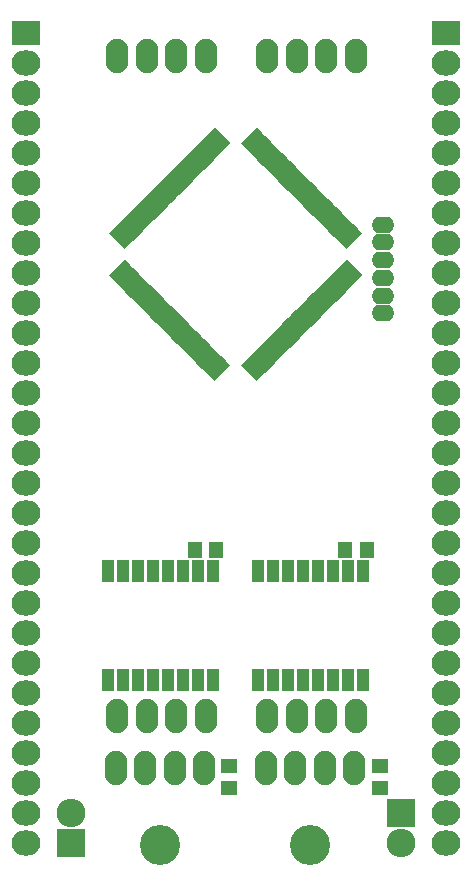
<source format=gbr>
G04 #@! TF.FileFunction,Soldermask,Bot*
%FSLAX46Y46*%
G04 Gerber Fmt 4.6, Leading zero omitted, Abs format (unit mm)*
G04 Created by KiCad (PCBNEW 4.0.5) date 01/02/17 19:36:28*
%MOMM*%
%LPD*%
G01*
G04 APERTURE LIST*
%ADD10C,0.100000*%
%ADD11R,2.432000X2.127200*%
%ADD12O,2.432000X2.127200*%
%ADD13O,1.924000X1.400000*%
%ADD14R,1.400000X1.200000*%
%ADD15O,1.900000X2.900000*%
%ADD16R,2.432000X2.432000*%
%ADD17O,2.432000X2.432000*%
%ADD18R,1.000000X1.900000*%
%ADD19C,3.400000*%
%ADD20R,1.200000X1.400000*%
G04 APERTURE END LIST*
D10*
D11*
X36830000Y-1270000D03*
D12*
X36830000Y-3810000D03*
X36830000Y-6350000D03*
X36830000Y-8890000D03*
X36830000Y-11430000D03*
X36830000Y-13970000D03*
X36830000Y-16510000D03*
X36830000Y-19050000D03*
X36830000Y-21590000D03*
X36830000Y-24130000D03*
X36830000Y-26670000D03*
X36830000Y-29210000D03*
X36830000Y-31750000D03*
X36830000Y-34290000D03*
X36830000Y-36830000D03*
X36830000Y-39370000D03*
X36830000Y-41910000D03*
X36830000Y-44450000D03*
X36830000Y-46990000D03*
X36830000Y-49530000D03*
X36830000Y-52070000D03*
X36830000Y-54610000D03*
X36830000Y-57150000D03*
X36830000Y-59690000D03*
X36830000Y-62230000D03*
X36830000Y-64770000D03*
X36830000Y-67310000D03*
X36830000Y-69850000D03*
D13*
X31500000Y-25000000D03*
X31500000Y-23500000D03*
X31500000Y-22000000D03*
X31500000Y-20500000D03*
X31500000Y-19000000D03*
X31500000Y-17500000D03*
D14*
X31250000Y-63350000D03*
X31250000Y-65150000D03*
X18500000Y-63350000D03*
X18500000Y-65150000D03*
D10*
G36*
X17275162Y-30740952D02*
X16794329Y-30260119D01*
X18137832Y-28916616D01*
X18618665Y-29397449D01*
X17275162Y-30740952D01*
X17275162Y-30740952D01*
G37*
G36*
X16921609Y-30387399D02*
X16440776Y-29906566D01*
X17784279Y-28563063D01*
X18265112Y-29043896D01*
X16921609Y-30387399D01*
X16921609Y-30387399D01*
G37*
G36*
X16568055Y-30033845D02*
X16087222Y-29553012D01*
X17430725Y-28209509D01*
X17911558Y-28690342D01*
X16568055Y-30033845D01*
X16568055Y-30033845D01*
G37*
G36*
X16214502Y-29680292D02*
X15733669Y-29199459D01*
X17077172Y-27855956D01*
X17558005Y-28336789D01*
X16214502Y-29680292D01*
X16214502Y-29680292D01*
G37*
G36*
X15860949Y-29326739D02*
X15380116Y-28845906D01*
X16723619Y-27502403D01*
X17204452Y-27983236D01*
X15860949Y-29326739D01*
X15860949Y-29326739D01*
G37*
G36*
X15507395Y-28973185D02*
X15026562Y-28492352D01*
X16370065Y-27148849D01*
X16850898Y-27629682D01*
X15507395Y-28973185D01*
X15507395Y-28973185D01*
G37*
G36*
X15153842Y-28619632D02*
X14673009Y-28138799D01*
X16016512Y-26795296D01*
X16497345Y-27276129D01*
X15153842Y-28619632D01*
X15153842Y-28619632D01*
G37*
G36*
X14800288Y-28266079D02*
X14319455Y-27785246D01*
X15662958Y-26441743D01*
X16143791Y-26922576D01*
X14800288Y-28266079D01*
X14800288Y-28266079D01*
G37*
G36*
X14446735Y-27912525D02*
X13965902Y-27431692D01*
X15309405Y-26088189D01*
X15790238Y-26569022D01*
X14446735Y-27912525D01*
X14446735Y-27912525D01*
G37*
G36*
X14093182Y-27558972D02*
X13612349Y-27078139D01*
X14955852Y-25734636D01*
X15436685Y-26215469D01*
X14093182Y-27558972D01*
X14093182Y-27558972D01*
G37*
G36*
X13739628Y-27205418D02*
X13258795Y-26724585D01*
X14602298Y-25381082D01*
X15083131Y-25861915D01*
X13739628Y-27205418D01*
X13739628Y-27205418D01*
G37*
G36*
X13386075Y-26851865D02*
X12905242Y-26371032D01*
X14248745Y-25027529D01*
X14729578Y-25508362D01*
X13386075Y-26851865D01*
X13386075Y-26851865D01*
G37*
G36*
X13032521Y-26498312D02*
X12551688Y-26017479D01*
X13895191Y-24673976D01*
X14376024Y-25154809D01*
X13032521Y-26498312D01*
X13032521Y-26498312D01*
G37*
G36*
X12678968Y-26144758D02*
X12198135Y-25663925D01*
X13541638Y-24320422D01*
X14022471Y-24801255D01*
X12678968Y-26144758D01*
X12678968Y-26144758D01*
G37*
G36*
X12325415Y-25791205D02*
X11844582Y-25310372D01*
X13188085Y-23966869D01*
X13668918Y-24447702D01*
X12325415Y-25791205D01*
X12325415Y-25791205D01*
G37*
G36*
X11971861Y-25437651D02*
X11491028Y-24956818D01*
X12834531Y-23613315D01*
X13315364Y-24094148D01*
X11971861Y-25437651D01*
X11971861Y-25437651D01*
G37*
G36*
X11618308Y-25084098D02*
X11137475Y-24603265D01*
X12480978Y-23259762D01*
X12961811Y-23740595D01*
X11618308Y-25084098D01*
X11618308Y-25084098D01*
G37*
G36*
X11264754Y-24730545D02*
X10783921Y-24249712D01*
X12127424Y-22906209D01*
X12608257Y-23387042D01*
X11264754Y-24730545D01*
X11264754Y-24730545D01*
G37*
G36*
X10911201Y-24376991D02*
X10430368Y-23896158D01*
X11773871Y-22552655D01*
X12254704Y-23033488D01*
X10911201Y-24376991D01*
X10911201Y-24376991D01*
G37*
G36*
X10557648Y-24023438D02*
X10076815Y-23542605D01*
X11420318Y-22199102D01*
X11901151Y-22679935D01*
X10557648Y-24023438D01*
X10557648Y-24023438D01*
G37*
G36*
X10204094Y-23669884D02*
X9723261Y-23189051D01*
X11066764Y-21845548D01*
X11547597Y-22326381D01*
X10204094Y-23669884D01*
X10204094Y-23669884D01*
G37*
G36*
X9850541Y-23316331D02*
X9369708Y-22835498D01*
X10713211Y-21491995D01*
X11194044Y-21972828D01*
X9850541Y-23316331D01*
X9850541Y-23316331D01*
G37*
G36*
X9496988Y-22962778D02*
X9016155Y-22481945D01*
X10359658Y-21138442D01*
X10840491Y-21619275D01*
X9496988Y-22962778D01*
X9496988Y-22962778D01*
G37*
G36*
X9143434Y-22609224D02*
X8662601Y-22128391D01*
X10006104Y-20784888D01*
X10486937Y-21265721D01*
X9143434Y-22609224D01*
X9143434Y-22609224D01*
G37*
G36*
X8789881Y-22255671D02*
X8309048Y-21774838D01*
X9652551Y-20431335D01*
X10133384Y-20912168D01*
X8789881Y-22255671D01*
X8789881Y-22255671D01*
G37*
G36*
X8309048Y-18225162D02*
X8789881Y-17744329D01*
X10133384Y-19087832D01*
X9652551Y-19568665D01*
X8309048Y-18225162D01*
X8309048Y-18225162D01*
G37*
G36*
X8662601Y-17871609D02*
X9143434Y-17390776D01*
X10486937Y-18734279D01*
X10006104Y-19215112D01*
X8662601Y-17871609D01*
X8662601Y-17871609D01*
G37*
G36*
X9016155Y-17518055D02*
X9496988Y-17037222D01*
X10840491Y-18380725D01*
X10359658Y-18861558D01*
X9016155Y-17518055D01*
X9016155Y-17518055D01*
G37*
G36*
X9369708Y-17164502D02*
X9850541Y-16683669D01*
X11194044Y-18027172D01*
X10713211Y-18508005D01*
X9369708Y-17164502D01*
X9369708Y-17164502D01*
G37*
G36*
X9723261Y-16810949D02*
X10204094Y-16330116D01*
X11547597Y-17673619D01*
X11066764Y-18154452D01*
X9723261Y-16810949D01*
X9723261Y-16810949D01*
G37*
G36*
X10076815Y-16457395D02*
X10557648Y-15976562D01*
X11901151Y-17320065D01*
X11420318Y-17800898D01*
X10076815Y-16457395D01*
X10076815Y-16457395D01*
G37*
G36*
X10430368Y-16103842D02*
X10911201Y-15623009D01*
X12254704Y-16966512D01*
X11773871Y-17447345D01*
X10430368Y-16103842D01*
X10430368Y-16103842D01*
G37*
G36*
X10783921Y-15750288D02*
X11264754Y-15269455D01*
X12608257Y-16612958D01*
X12127424Y-17093791D01*
X10783921Y-15750288D01*
X10783921Y-15750288D01*
G37*
G36*
X11137475Y-15396735D02*
X11618308Y-14915902D01*
X12961811Y-16259405D01*
X12480978Y-16740238D01*
X11137475Y-15396735D01*
X11137475Y-15396735D01*
G37*
G36*
X11491028Y-15043182D02*
X11971861Y-14562349D01*
X13315364Y-15905852D01*
X12834531Y-16386685D01*
X11491028Y-15043182D01*
X11491028Y-15043182D01*
G37*
G36*
X11844582Y-14689628D02*
X12325415Y-14208795D01*
X13668918Y-15552298D01*
X13188085Y-16033131D01*
X11844582Y-14689628D01*
X11844582Y-14689628D01*
G37*
G36*
X12198135Y-14336075D02*
X12678968Y-13855242D01*
X14022471Y-15198745D01*
X13541638Y-15679578D01*
X12198135Y-14336075D01*
X12198135Y-14336075D01*
G37*
G36*
X12551688Y-13982521D02*
X13032521Y-13501688D01*
X14376024Y-14845191D01*
X13895191Y-15326024D01*
X12551688Y-13982521D01*
X12551688Y-13982521D01*
G37*
G36*
X12905242Y-13628968D02*
X13386075Y-13148135D01*
X14729578Y-14491638D01*
X14248745Y-14972471D01*
X12905242Y-13628968D01*
X12905242Y-13628968D01*
G37*
G36*
X13258795Y-13275415D02*
X13739628Y-12794582D01*
X15083131Y-14138085D01*
X14602298Y-14618918D01*
X13258795Y-13275415D01*
X13258795Y-13275415D01*
G37*
G36*
X13612349Y-12921861D02*
X14093182Y-12441028D01*
X15436685Y-13784531D01*
X14955852Y-14265364D01*
X13612349Y-12921861D01*
X13612349Y-12921861D01*
G37*
G36*
X13965902Y-12568308D02*
X14446735Y-12087475D01*
X15790238Y-13430978D01*
X15309405Y-13911811D01*
X13965902Y-12568308D01*
X13965902Y-12568308D01*
G37*
G36*
X14319455Y-12214754D02*
X14800288Y-11733921D01*
X16143791Y-13077424D01*
X15662958Y-13558257D01*
X14319455Y-12214754D01*
X14319455Y-12214754D01*
G37*
G36*
X14673009Y-11861201D02*
X15153842Y-11380368D01*
X16497345Y-12723871D01*
X16016512Y-13204704D01*
X14673009Y-11861201D01*
X14673009Y-11861201D01*
G37*
G36*
X15026562Y-11507648D02*
X15507395Y-11026815D01*
X16850898Y-12370318D01*
X16370065Y-12851151D01*
X15026562Y-11507648D01*
X15026562Y-11507648D01*
G37*
G36*
X15380116Y-11154094D02*
X15860949Y-10673261D01*
X17204452Y-12016764D01*
X16723619Y-12497597D01*
X15380116Y-11154094D01*
X15380116Y-11154094D01*
G37*
G36*
X15733669Y-10800541D02*
X16214502Y-10319708D01*
X17558005Y-11663211D01*
X17077172Y-12144044D01*
X15733669Y-10800541D01*
X15733669Y-10800541D01*
G37*
G36*
X16087222Y-10446988D02*
X16568055Y-9966155D01*
X17911558Y-11309658D01*
X17430725Y-11790491D01*
X16087222Y-10446988D01*
X16087222Y-10446988D01*
G37*
G36*
X16440776Y-10093434D02*
X16921609Y-9612601D01*
X18265112Y-10956104D01*
X17784279Y-11436937D01*
X16440776Y-10093434D01*
X16440776Y-10093434D01*
G37*
G36*
X16794329Y-9739881D02*
X17275162Y-9259048D01*
X18618665Y-10602551D01*
X18137832Y-11083384D01*
X16794329Y-9739881D01*
X16794329Y-9739881D01*
G37*
G36*
X19962168Y-11083384D02*
X19481335Y-10602551D01*
X20824838Y-9259048D01*
X21305671Y-9739881D01*
X19962168Y-11083384D01*
X19962168Y-11083384D01*
G37*
G36*
X20315721Y-11436937D02*
X19834888Y-10956104D01*
X21178391Y-9612601D01*
X21659224Y-10093434D01*
X20315721Y-11436937D01*
X20315721Y-11436937D01*
G37*
G36*
X20669275Y-11790491D02*
X20188442Y-11309658D01*
X21531945Y-9966155D01*
X22012778Y-10446988D01*
X20669275Y-11790491D01*
X20669275Y-11790491D01*
G37*
G36*
X21022828Y-12144044D02*
X20541995Y-11663211D01*
X21885498Y-10319708D01*
X22366331Y-10800541D01*
X21022828Y-12144044D01*
X21022828Y-12144044D01*
G37*
G36*
X21376381Y-12497597D02*
X20895548Y-12016764D01*
X22239051Y-10673261D01*
X22719884Y-11154094D01*
X21376381Y-12497597D01*
X21376381Y-12497597D01*
G37*
G36*
X21729935Y-12851151D02*
X21249102Y-12370318D01*
X22592605Y-11026815D01*
X23073438Y-11507648D01*
X21729935Y-12851151D01*
X21729935Y-12851151D01*
G37*
G36*
X22083488Y-13204704D02*
X21602655Y-12723871D01*
X22946158Y-11380368D01*
X23426991Y-11861201D01*
X22083488Y-13204704D01*
X22083488Y-13204704D01*
G37*
G36*
X22437042Y-13558257D02*
X21956209Y-13077424D01*
X23299712Y-11733921D01*
X23780545Y-12214754D01*
X22437042Y-13558257D01*
X22437042Y-13558257D01*
G37*
G36*
X22790595Y-13911811D02*
X22309762Y-13430978D01*
X23653265Y-12087475D01*
X24134098Y-12568308D01*
X22790595Y-13911811D01*
X22790595Y-13911811D01*
G37*
G36*
X23144148Y-14265364D02*
X22663315Y-13784531D01*
X24006818Y-12441028D01*
X24487651Y-12921861D01*
X23144148Y-14265364D01*
X23144148Y-14265364D01*
G37*
G36*
X23497702Y-14618918D02*
X23016869Y-14138085D01*
X24360372Y-12794582D01*
X24841205Y-13275415D01*
X23497702Y-14618918D01*
X23497702Y-14618918D01*
G37*
G36*
X23851255Y-14972471D02*
X23370422Y-14491638D01*
X24713925Y-13148135D01*
X25194758Y-13628968D01*
X23851255Y-14972471D01*
X23851255Y-14972471D01*
G37*
G36*
X24204809Y-15326024D02*
X23723976Y-14845191D01*
X25067479Y-13501688D01*
X25548312Y-13982521D01*
X24204809Y-15326024D01*
X24204809Y-15326024D01*
G37*
G36*
X24558362Y-15679578D02*
X24077529Y-15198745D01*
X25421032Y-13855242D01*
X25901865Y-14336075D01*
X24558362Y-15679578D01*
X24558362Y-15679578D01*
G37*
G36*
X24911915Y-16033131D02*
X24431082Y-15552298D01*
X25774585Y-14208795D01*
X26255418Y-14689628D01*
X24911915Y-16033131D01*
X24911915Y-16033131D01*
G37*
G36*
X25265469Y-16386685D02*
X24784636Y-15905852D01*
X26128139Y-14562349D01*
X26608972Y-15043182D01*
X25265469Y-16386685D01*
X25265469Y-16386685D01*
G37*
G36*
X25619022Y-16740238D02*
X25138189Y-16259405D01*
X26481692Y-14915902D01*
X26962525Y-15396735D01*
X25619022Y-16740238D01*
X25619022Y-16740238D01*
G37*
G36*
X25972576Y-17093791D02*
X25491743Y-16612958D01*
X26835246Y-15269455D01*
X27316079Y-15750288D01*
X25972576Y-17093791D01*
X25972576Y-17093791D01*
G37*
G36*
X26326129Y-17447345D02*
X25845296Y-16966512D01*
X27188799Y-15623009D01*
X27669632Y-16103842D01*
X26326129Y-17447345D01*
X26326129Y-17447345D01*
G37*
G36*
X26679682Y-17800898D02*
X26198849Y-17320065D01*
X27542352Y-15976562D01*
X28023185Y-16457395D01*
X26679682Y-17800898D01*
X26679682Y-17800898D01*
G37*
G36*
X27033236Y-18154452D02*
X26552403Y-17673619D01*
X27895906Y-16330116D01*
X28376739Y-16810949D01*
X27033236Y-18154452D01*
X27033236Y-18154452D01*
G37*
G36*
X27386789Y-18508005D02*
X26905956Y-18027172D01*
X28249459Y-16683669D01*
X28730292Y-17164502D01*
X27386789Y-18508005D01*
X27386789Y-18508005D01*
G37*
G36*
X27740342Y-18861558D02*
X27259509Y-18380725D01*
X28603012Y-17037222D01*
X29083845Y-17518055D01*
X27740342Y-18861558D01*
X27740342Y-18861558D01*
G37*
G36*
X28093896Y-19215112D02*
X27613063Y-18734279D01*
X28956566Y-17390776D01*
X29437399Y-17871609D01*
X28093896Y-19215112D01*
X28093896Y-19215112D01*
G37*
G36*
X28447449Y-19568665D02*
X27966616Y-19087832D01*
X29310119Y-17744329D01*
X29790952Y-18225162D01*
X28447449Y-19568665D01*
X28447449Y-19568665D01*
G37*
G36*
X27966616Y-20912168D02*
X28447449Y-20431335D01*
X29790952Y-21774838D01*
X29310119Y-22255671D01*
X27966616Y-20912168D01*
X27966616Y-20912168D01*
G37*
G36*
X27613063Y-21265721D02*
X28093896Y-20784888D01*
X29437399Y-22128391D01*
X28956566Y-22609224D01*
X27613063Y-21265721D01*
X27613063Y-21265721D01*
G37*
G36*
X27259509Y-21619275D02*
X27740342Y-21138442D01*
X29083845Y-22481945D01*
X28603012Y-22962778D01*
X27259509Y-21619275D01*
X27259509Y-21619275D01*
G37*
G36*
X26905956Y-21972828D02*
X27386789Y-21491995D01*
X28730292Y-22835498D01*
X28249459Y-23316331D01*
X26905956Y-21972828D01*
X26905956Y-21972828D01*
G37*
G36*
X26552403Y-22326381D02*
X27033236Y-21845548D01*
X28376739Y-23189051D01*
X27895906Y-23669884D01*
X26552403Y-22326381D01*
X26552403Y-22326381D01*
G37*
G36*
X26198849Y-22679935D02*
X26679682Y-22199102D01*
X28023185Y-23542605D01*
X27542352Y-24023438D01*
X26198849Y-22679935D01*
X26198849Y-22679935D01*
G37*
G36*
X25845296Y-23033488D02*
X26326129Y-22552655D01*
X27669632Y-23896158D01*
X27188799Y-24376991D01*
X25845296Y-23033488D01*
X25845296Y-23033488D01*
G37*
G36*
X25491743Y-23387042D02*
X25972576Y-22906209D01*
X27316079Y-24249712D01*
X26835246Y-24730545D01*
X25491743Y-23387042D01*
X25491743Y-23387042D01*
G37*
G36*
X25138189Y-23740595D02*
X25619022Y-23259762D01*
X26962525Y-24603265D01*
X26481692Y-25084098D01*
X25138189Y-23740595D01*
X25138189Y-23740595D01*
G37*
G36*
X24784636Y-24094148D02*
X25265469Y-23613315D01*
X26608972Y-24956818D01*
X26128139Y-25437651D01*
X24784636Y-24094148D01*
X24784636Y-24094148D01*
G37*
G36*
X24431082Y-24447702D02*
X24911915Y-23966869D01*
X26255418Y-25310372D01*
X25774585Y-25791205D01*
X24431082Y-24447702D01*
X24431082Y-24447702D01*
G37*
G36*
X24077529Y-24801255D02*
X24558362Y-24320422D01*
X25901865Y-25663925D01*
X25421032Y-26144758D01*
X24077529Y-24801255D01*
X24077529Y-24801255D01*
G37*
G36*
X23723976Y-25154809D02*
X24204809Y-24673976D01*
X25548312Y-26017479D01*
X25067479Y-26498312D01*
X23723976Y-25154809D01*
X23723976Y-25154809D01*
G37*
G36*
X23370422Y-25508362D02*
X23851255Y-25027529D01*
X25194758Y-26371032D01*
X24713925Y-26851865D01*
X23370422Y-25508362D01*
X23370422Y-25508362D01*
G37*
G36*
X23016869Y-25861915D02*
X23497702Y-25381082D01*
X24841205Y-26724585D01*
X24360372Y-27205418D01*
X23016869Y-25861915D01*
X23016869Y-25861915D01*
G37*
G36*
X22663315Y-26215469D02*
X23144148Y-25734636D01*
X24487651Y-27078139D01*
X24006818Y-27558972D01*
X22663315Y-26215469D01*
X22663315Y-26215469D01*
G37*
G36*
X22309762Y-26569022D02*
X22790595Y-26088189D01*
X24134098Y-27431692D01*
X23653265Y-27912525D01*
X22309762Y-26569022D01*
X22309762Y-26569022D01*
G37*
G36*
X21956209Y-26922576D02*
X22437042Y-26441743D01*
X23780545Y-27785246D01*
X23299712Y-28266079D01*
X21956209Y-26922576D01*
X21956209Y-26922576D01*
G37*
G36*
X21602655Y-27276129D02*
X22083488Y-26795296D01*
X23426991Y-28138799D01*
X22946158Y-28619632D01*
X21602655Y-27276129D01*
X21602655Y-27276129D01*
G37*
G36*
X21249102Y-27629682D02*
X21729935Y-27148849D01*
X23073438Y-28492352D01*
X22592605Y-28973185D01*
X21249102Y-27629682D01*
X21249102Y-27629682D01*
G37*
G36*
X20895548Y-27983236D02*
X21376381Y-27502403D01*
X22719884Y-28845906D01*
X22239051Y-29326739D01*
X20895548Y-27983236D01*
X20895548Y-27983236D01*
G37*
G36*
X20541995Y-28336789D02*
X21022828Y-27855956D01*
X22366331Y-29199459D01*
X21885498Y-29680292D01*
X20541995Y-28336789D01*
X20541995Y-28336789D01*
G37*
G36*
X20188442Y-28690342D02*
X20669275Y-28209509D01*
X22012778Y-29553012D01*
X21531945Y-30033845D01*
X20188442Y-28690342D01*
X20188442Y-28690342D01*
G37*
G36*
X19834888Y-29043896D02*
X20315721Y-28563063D01*
X21659224Y-29906566D01*
X21178391Y-30387399D01*
X19834888Y-29043896D01*
X19834888Y-29043896D01*
G37*
G36*
X19481335Y-29397449D02*
X19962168Y-28916616D01*
X21305671Y-30260119D01*
X20824838Y-30740952D01*
X19481335Y-29397449D01*
X19481335Y-29397449D01*
G37*
D15*
X29210000Y-3175000D03*
X26710000Y-3175000D03*
X24210000Y-3175000D03*
X21710000Y-3175000D03*
X16510000Y-3175000D03*
X14010000Y-3175000D03*
X11510000Y-3175000D03*
X9010000Y-3175000D03*
X16510000Y-59055000D03*
X14010000Y-59055000D03*
X11510000Y-59055000D03*
X9010000Y-59055000D03*
D16*
X33020000Y-67310000D03*
D17*
X33020000Y-69850000D03*
D15*
X29210000Y-59055000D03*
X26710000Y-59055000D03*
X24210000Y-59055000D03*
X21710000Y-59055000D03*
D16*
X5080000Y-69850000D03*
D17*
X5080000Y-67310000D03*
D18*
X8255000Y-46785000D03*
X9525000Y-46785000D03*
X10795000Y-46785000D03*
X12065000Y-46785000D03*
X13335000Y-46785000D03*
X14605000Y-46785000D03*
X15875000Y-46785000D03*
X17145000Y-46785000D03*
X17145000Y-56085000D03*
X15875000Y-56085000D03*
X14605000Y-56085000D03*
X13335000Y-56085000D03*
X12065000Y-56085000D03*
X10795000Y-56085000D03*
X9525000Y-56085000D03*
X8255000Y-56085000D03*
X20955000Y-46785000D03*
X22225000Y-46785000D03*
X23495000Y-46785000D03*
X24765000Y-46785000D03*
X26035000Y-46785000D03*
X27305000Y-46785000D03*
X28575000Y-46785000D03*
X29845000Y-46785000D03*
X29845000Y-56085000D03*
X28575000Y-56085000D03*
X27305000Y-56085000D03*
X26035000Y-56085000D03*
X24765000Y-56085000D03*
X23495000Y-56085000D03*
X22225000Y-56085000D03*
X20955000Y-56085000D03*
D11*
X1270000Y-1270000D03*
D12*
X1270000Y-3810000D03*
X1270000Y-6350000D03*
X1270000Y-8890000D03*
X1270000Y-11430000D03*
X1270000Y-13970000D03*
X1270000Y-16510000D03*
X1270000Y-19050000D03*
X1270000Y-21590000D03*
X1270000Y-24130000D03*
X1270000Y-26670000D03*
X1270000Y-29210000D03*
X1270000Y-31750000D03*
X1270000Y-34290000D03*
X1270000Y-36830000D03*
X1270000Y-39370000D03*
X1270000Y-41910000D03*
X1270000Y-44450000D03*
X1270000Y-46990000D03*
X1270000Y-49530000D03*
X1270000Y-52070000D03*
X1270000Y-54610000D03*
X1270000Y-57150000D03*
X1270000Y-59690000D03*
X1270000Y-62230000D03*
X1270000Y-64770000D03*
X1270000Y-67310000D03*
X1270000Y-69850000D03*
D15*
X8890000Y-63500000D03*
X11390000Y-63500000D03*
X13890000Y-63500000D03*
X16390000Y-63500000D03*
D19*
X12640000Y-70000000D03*
D15*
X21590000Y-63500000D03*
X24090000Y-63500000D03*
X26590000Y-63500000D03*
X29090000Y-63500000D03*
D19*
X25340000Y-70000000D03*
D20*
X15600000Y-45000000D03*
X17400000Y-45000000D03*
X28350000Y-45000000D03*
X30150000Y-45000000D03*
M02*

</source>
